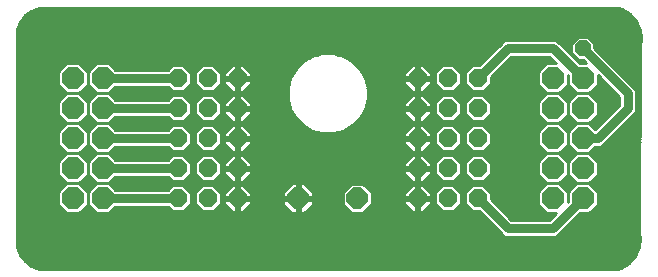
<source format=gtl>
G75*
%MOIN*%
%OFA0B0*%
%FSLAX25Y25*%
%IPPOS*%
%LPD*%
%AMOC8*
5,1,8,0,0,1.08239X$1,22.5*
%
%ADD10OC8,0.06000*%
%ADD11OC8,0.07050*%
%ADD12OC8,0.07400*%
%ADD13C,0.01000*%
%ADD14C,0.03000*%
%ADD15OC8,0.05250*%
D10*
X0063981Y0026500D03*
X0073981Y0026500D03*
X0083981Y0026500D03*
X0083981Y0036500D03*
X0073981Y0036500D03*
X0063981Y0036500D03*
X0063981Y0046500D03*
X0073981Y0046500D03*
X0083981Y0046500D03*
X0083981Y0056500D03*
X0073981Y0056500D03*
X0063981Y0056500D03*
X0063981Y0066500D03*
X0073981Y0066500D03*
X0083981Y0066500D03*
X0143981Y0066500D03*
X0153981Y0066500D03*
X0163981Y0066500D03*
X0163981Y0056500D03*
X0153981Y0056500D03*
X0143981Y0056500D03*
X0143981Y0046500D03*
X0153981Y0046500D03*
X0163981Y0046500D03*
X0163981Y0036500D03*
X0153981Y0036500D03*
X0143981Y0036500D03*
X0143981Y0026500D03*
X0153981Y0026500D03*
X0163981Y0026500D03*
D11*
X0123823Y0026500D03*
X0104138Y0026500D03*
D12*
X0038981Y0026500D03*
X0028981Y0026500D03*
X0028981Y0036500D03*
X0038981Y0036500D03*
X0038981Y0046500D03*
X0028981Y0046500D03*
X0028981Y0056500D03*
X0038981Y0056500D03*
X0038981Y0066500D03*
X0028981Y0066500D03*
X0188981Y0066500D03*
X0198981Y0066500D03*
X0198981Y0056500D03*
X0188981Y0056500D03*
X0188981Y0046500D03*
X0198981Y0046500D03*
X0198981Y0036500D03*
X0188981Y0036500D03*
X0188981Y0026500D03*
X0198981Y0026500D03*
D13*
X0012970Y0005490D02*
X0011407Y0007641D01*
X0010585Y0010170D01*
X0010481Y0011500D01*
X0217765Y0011500D01*
X0217859Y0012499D02*
X0010481Y0012499D01*
X0010481Y0013497D02*
X0217913Y0013497D01*
X0217938Y0013324D02*
X0217643Y0010217D01*
X0216402Y0007353D01*
X0214338Y0005012D01*
X0211650Y0003424D01*
X0210271Y0003000D01*
X0018981Y0003000D01*
X0017651Y0003105D01*
X0015122Y0003926D01*
X0012970Y0005490D01*
X0012956Y0005509D02*
X0214776Y0005509D01*
X0215657Y0006507D02*
X0012231Y0006507D01*
X0011505Y0007506D02*
X0216469Y0007506D01*
X0216901Y0008504D02*
X0011127Y0008504D01*
X0010802Y0009503D02*
X0217334Y0009503D01*
X0217670Y0010501D02*
X0010559Y0010501D01*
X0010481Y0011500D02*
X0010481Y0081500D01*
X0010585Y0082824D01*
X0011403Y0085341D01*
X0012959Y0087483D01*
X0015100Y0089038D01*
X0017618Y0089856D01*
X0018941Y0089961D01*
X0210771Y0089961D01*
X0212150Y0089537D01*
X0214838Y0087949D01*
X0216902Y0085608D01*
X0218143Y0082744D01*
X0218438Y0079637D01*
X0218273Y0078478D01*
X0218187Y0078393D01*
X0218183Y0077931D01*
X0218082Y0077480D01*
X0218178Y0077329D01*
X0217685Y0015642D01*
X0217582Y0015480D01*
X0217680Y0015041D01*
X0217677Y0014591D01*
X0217771Y0014495D01*
X0217938Y0013324D01*
X0217771Y0014496D02*
X0190936Y0014496D01*
X0190567Y0014126D02*
X0197941Y0021500D01*
X0201052Y0021500D01*
X0203981Y0024429D01*
X0203981Y0028571D01*
X0201052Y0031500D01*
X0196910Y0031500D01*
X0193981Y0028571D01*
X0193981Y0025460D01*
X0193981Y0025460D01*
X0193981Y0028571D01*
X0191052Y0031500D01*
X0186910Y0031500D01*
X0183981Y0028571D01*
X0183981Y0024429D01*
X0186910Y0021500D01*
X0190021Y0021500D01*
X0187821Y0019300D01*
X0175141Y0019300D01*
X0168281Y0026160D01*
X0168281Y0028281D01*
X0165762Y0030800D01*
X0162200Y0030800D01*
X0159681Y0028281D01*
X0159681Y0024719D01*
X0162200Y0022200D01*
X0164321Y0022200D01*
X0171607Y0014914D01*
X0172395Y0014126D01*
X0173424Y0013700D01*
X0189538Y0013700D01*
X0190567Y0014126D01*
X0191935Y0015494D02*
X0217591Y0015494D01*
X0217692Y0016493D02*
X0192933Y0016493D01*
X0193932Y0017491D02*
X0217700Y0017491D01*
X0217708Y0018490D02*
X0194930Y0018490D01*
X0195929Y0019488D02*
X0217716Y0019488D01*
X0217724Y0020487D02*
X0196927Y0020487D01*
X0197926Y0021485D02*
X0217732Y0021485D01*
X0217740Y0022484D02*
X0202035Y0022484D01*
X0203034Y0023482D02*
X0217748Y0023482D01*
X0217756Y0024481D02*
X0203981Y0024481D01*
X0203981Y0025479D02*
X0217764Y0025479D01*
X0217772Y0026478D02*
X0203981Y0026478D01*
X0203981Y0027476D02*
X0217780Y0027476D01*
X0217788Y0028475D02*
X0203981Y0028475D01*
X0203079Y0029473D02*
X0217796Y0029473D01*
X0217804Y0030472D02*
X0202080Y0030472D01*
X0201082Y0031470D02*
X0217812Y0031470D01*
X0217820Y0032469D02*
X0202021Y0032469D01*
X0201052Y0031500D02*
X0203981Y0034429D01*
X0203981Y0038571D01*
X0201052Y0041500D01*
X0196910Y0041500D01*
X0193981Y0038571D01*
X0193981Y0034429D01*
X0196910Y0031500D01*
X0201052Y0031500D01*
X0196880Y0031470D02*
X0191082Y0031470D01*
X0191052Y0031500D02*
X0193981Y0034429D01*
X0193981Y0038571D01*
X0191052Y0041500D01*
X0186910Y0041500D01*
X0183981Y0038571D01*
X0183981Y0034429D01*
X0186910Y0031500D01*
X0191052Y0031500D01*
X0192021Y0032469D02*
X0195941Y0032469D01*
X0194942Y0033467D02*
X0193019Y0033467D01*
X0193981Y0034466D02*
X0193981Y0034466D01*
X0193981Y0035464D02*
X0193981Y0035464D01*
X0193981Y0036463D02*
X0193981Y0036463D01*
X0193981Y0037461D02*
X0193981Y0037461D01*
X0193981Y0038460D02*
X0193981Y0038460D01*
X0193094Y0039458D02*
X0194868Y0039458D01*
X0195867Y0040457D02*
X0192095Y0040457D01*
X0191096Y0041455D02*
X0196865Y0041455D01*
X0196910Y0041500D02*
X0201052Y0041500D01*
X0203252Y0043700D01*
X0204538Y0043700D01*
X0205567Y0044126D01*
X0206355Y0044914D01*
X0215567Y0054126D01*
X0216355Y0054914D01*
X0216781Y0055943D01*
X0216781Y0062057D01*
X0216355Y0063086D01*
X0215567Y0063874D01*
X0202906Y0076535D01*
X0202906Y0078126D01*
X0200607Y0080425D01*
X0197355Y0080425D01*
X0195056Y0078126D01*
X0195056Y0074874D01*
X0197355Y0072575D01*
X0198946Y0072575D01*
X0200021Y0071500D01*
X0197941Y0071500D01*
X0190567Y0078874D01*
X0189538Y0079300D01*
X0173424Y0079300D01*
X0172395Y0078874D01*
X0171607Y0078086D01*
X0164321Y0070800D01*
X0162200Y0070800D01*
X0159681Y0068281D01*
X0159681Y0064719D01*
X0162200Y0062200D01*
X0165762Y0062200D01*
X0168281Y0064719D01*
X0168281Y0066840D01*
X0175141Y0073700D01*
X0187821Y0073700D01*
X0190021Y0071500D01*
X0186910Y0071500D01*
X0183981Y0068571D01*
X0183981Y0064429D01*
X0186910Y0061500D01*
X0183981Y0058571D01*
X0183981Y0054429D01*
X0186910Y0051500D01*
X0183981Y0048571D01*
X0183981Y0044429D01*
X0186910Y0041500D01*
X0191052Y0041500D01*
X0193981Y0044429D01*
X0196910Y0041500D01*
X0195956Y0042454D02*
X0192006Y0042454D01*
X0193004Y0043452D02*
X0194957Y0043452D01*
X0193981Y0044429D02*
X0193981Y0048571D01*
X0196910Y0051500D01*
X0201052Y0051500D01*
X0203981Y0054429D01*
X0203981Y0058571D01*
X0201052Y0061500D01*
X0196910Y0061500D01*
X0193981Y0058571D01*
X0193981Y0054429D01*
X0196910Y0051500D01*
X0201052Y0051500D01*
X0203036Y0049515D01*
X0211181Y0057660D01*
X0211181Y0060340D01*
X0203981Y0067540D01*
X0203981Y0064429D01*
X0201052Y0061500D01*
X0196910Y0061500D01*
X0193981Y0064429D01*
X0193981Y0067540D01*
X0193981Y0067540D01*
X0193981Y0064429D01*
X0191052Y0061500D01*
X0186910Y0061500D01*
X0191052Y0061500D01*
X0193981Y0058571D01*
X0193981Y0054429D01*
X0191052Y0051500D01*
X0186910Y0051500D01*
X0191052Y0051500D01*
X0193981Y0048571D01*
X0193981Y0044429D01*
X0193981Y0044451D02*
X0193981Y0044451D01*
X0193981Y0045449D02*
X0193981Y0045449D01*
X0193981Y0046448D02*
X0193981Y0046448D01*
X0193981Y0047446D02*
X0193981Y0047446D01*
X0193981Y0048445D02*
X0193981Y0048445D01*
X0193108Y0049443D02*
X0194853Y0049443D01*
X0195852Y0050442D02*
X0192110Y0050442D01*
X0191111Y0051440D02*
X0196850Y0051440D01*
X0195971Y0052439D02*
X0191991Y0052439D01*
X0192989Y0053437D02*
X0194972Y0053437D01*
X0193981Y0054436D02*
X0193981Y0054436D01*
X0193981Y0055434D02*
X0193981Y0055434D01*
X0193981Y0056433D02*
X0193981Y0056433D01*
X0193981Y0057432D02*
X0193981Y0057432D01*
X0193981Y0058430D02*
X0193981Y0058430D01*
X0193123Y0059429D02*
X0194838Y0059429D01*
X0195837Y0060427D02*
X0192125Y0060427D01*
X0191126Y0061426D02*
X0196835Y0061426D01*
X0195986Y0062424D02*
X0191976Y0062424D01*
X0192974Y0063423D02*
X0194987Y0063423D01*
X0193989Y0064421D02*
X0193973Y0064421D01*
X0193981Y0065420D02*
X0193981Y0065420D01*
X0193981Y0066418D02*
X0193981Y0066418D01*
X0193981Y0067417D02*
X0193981Y0067417D01*
X0185822Y0070412D02*
X0171853Y0070412D01*
X0172851Y0071411D02*
X0186820Y0071411D01*
X0189112Y0072409D02*
X0173850Y0072409D01*
X0174848Y0073408D02*
X0188113Y0073408D01*
X0194036Y0075405D02*
X0195056Y0075405D01*
X0195056Y0076403D02*
X0193037Y0076403D01*
X0192039Y0077402D02*
X0195056Y0077402D01*
X0195330Y0078400D02*
X0191040Y0078400D01*
X0196329Y0079399D02*
X0010481Y0079399D01*
X0010481Y0080397D02*
X0197327Y0080397D01*
X0200634Y0080397D02*
X0218366Y0080397D01*
X0218404Y0079399D02*
X0201633Y0079399D01*
X0202631Y0078400D02*
X0218194Y0078400D01*
X0218132Y0077402D02*
X0202906Y0077402D01*
X0203037Y0076403D02*
X0218171Y0076403D01*
X0218163Y0075405D02*
X0204036Y0075405D01*
X0205034Y0074406D02*
X0218155Y0074406D01*
X0218147Y0073408D02*
X0206033Y0073408D01*
X0207031Y0072409D02*
X0218139Y0072409D01*
X0218131Y0071411D02*
X0208030Y0071411D01*
X0209028Y0070412D02*
X0218123Y0070412D01*
X0218115Y0069414D02*
X0210027Y0069414D01*
X0211025Y0068415D02*
X0218107Y0068415D01*
X0218099Y0067417D02*
X0212024Y0067417D01*
X0213022Y0066418D02*
X0218091Y0066418D01*
X0218083Y0065420D02*
X0214021Y0065420D01*
X0215019Y0064421D02*
X0218075Y0064421D01*
X0218067Y0063423D02*
X0216018Y0063423D01*
X0216629Y0062424D02*
X0218059Y0062424D01*
X0218051Y0061426D02*
X0216781Y0061426D01*
X0216781Y0060427D02*
X0218043Y0060427D01*
X0218035Y0059429D02*
X0216781Y0059429D01*
X0216781Y0058430D02*
X0218027Y0058430D01*
X0218019Y0057432D02*
X0216781Y0057432D01*
X0216781Y0056433D02*
X0218011Y0056433D01*
X0218003Y0055434D02*
X0216570Y0055434D01*
X0215877Y0054436D02*
X0217995Y0054436D01*
X0217987Y0053437D02*
X0214878Y0053437D01*
X0215567Y0054126D02*
X0215567Y0054126D01*
X0213880Y0052439D02*
X0217979Y0052439D01*
X0217971Y0051440D02*
X0212881Y0051440D01*
X0211883Y0050442D02*
X0217963Y0050442D01*
X0217955Y0049443D02*
X0210884Y0049443D01*
X0209885Y0048445D02*
X0217947Y0048445D01*
X0217939Y0047446D02*
X0208887Y0047446D01*
X0207888Y0046448D02*
X0217931Y0046448D01*
X0217923Y0045449D02*
X0206890Y0045449D01*
X0206355Y0044914D02*
X0206355Y0044914D01*
X0205891Y0044451D02*
X0217915Y0044451D01*
X0217907Y0043452D02*
X0203004Y0043452D01*
X0202006Y0042454D02*
X0217899Y0042454D01*
X0217891Y0041455D02*
X0201096Y0041455D01*
X0202095Y0040457D02*
X0217883Y0040457D01*
X0217875Y0039458D02*
X0203094Y0039458D01*
X0203981Y0038460D02*
X0217867Y0038460D01*
X0217859Y0037461D02*
X0203981Y0037461D01*
X0203981Y0036463D02*
X0217851Y0036463D01*
X0217843Y0035464D02*
X0203981Y0035464D01*
X0203981Y0034466D02*
X0217836Y0034466D01*
X0217828Y0033467D02*
X0203019Y0033467D01*
X0195881Y0030472D02*
X0192080Y0030472D01*
X0193079Y0029473D02*
X0194883Y0029473D01*
X0193981Y0028475D02*
X0193981Y0028475D01*
X0193981Y0027476D02*
X0193981Y0027476D01*
X0193981Y0026478D02*
X0193981Y0026478D01*
X0193981Y0025479D02*
X0193981Y0025479D01*
X0185926Y0022484D02*
X0171957Y0022484D01*
X0170958Y0023482D02*
X0184928Y0023482D01*
X0183981Y0024481D02*
X0169960Y0024481D01*
X0168961Y0025479D02*
X0183981Y0025479D01*
X0183981Y0026478D02*
X0168281Y0026478D01*
X0168281Y0027476D02*
X0183981Y0027476D01*
X0183981Y0028475D02*
X0168087Y0028475D01*
X0167089Y0029473D02*
X0184883Y0029473D01*
X0185881Y0030472D02*
X0166090Y0030472D01*
X0165762Y0032200D02*
X0162200Y0032200D01*
X0159681Y0034719D01*
X0159681Y0038281D01*
X0162200Y0040800D01*
X0165762Y0040800D01*
X0168281Y0038281D01*
X0168281Y0034719D01*
X0165762Y0032200D01*
X0166031Y0032469D02*
X0185941Y0032469D01*
X0186880Y0031470D02*
X0106274Y0031470D01*
X0106220Y0031525D02*
X0104638Y0031525D01*
X0104638Y0027000D01*
X0103638Y0027000D01*
X0103638Y0026000D01*
X0099113Y0026000D01*
X0099113Y0024419D01*
X0102057Y0021475D01*
X0103638Y0021475D01*
X0103638Y0026000D01*
X0104638Y0026000D01*
X0104638Y0021475D01*
X0106220Y0021475D01*
X0109163Y0024419D01*
X0109163Y0026000D01*
X0104638Y0026000D01*
X0104638Y0027000D01*
X0109163Y0027000D01*
X0109163Y0028581D01*
X0106220Y0031525D01*
X0107273Y0030472D02*
X0120971Y0030472D01*
X0121825Y0031325D02*
X0118998Y0028499D01*
X0118998Y0024501D01*
X0121825Y0021675D01*
X0125822Y0021675D01*
X0128648Y0024501D01*
X0128648Y0028499D01*
X0125822Y0031325D01*
X0121825Y0031325D01*
X0119973Y0029473D02*
X0108271Y0029473D01*
X0109163Y0028475D02*
X0118998Y0028475D01*
X0118998Y0027476D02*
X0109163Y0027476D01*
X0109163Y0025479D02*
X0118998Y0025479D01*
X0119019Y0024481D02*
X0109163Y0024481D01*
X0108227Y0023482D02*
X0120018Y0023482D01*
X0121016Y0022484D02*
X0107228Y0022484D01*
X0106230Y0021485D02*
X0165036Y0021485D01*
X0166034Y0020487D02*
X0010481Y0020487D01*
X0010481Y0021485D02*
X0102047Y0021485D01*
X0101048Y0022484D02*
X0086328Y0022484D01*
X0085845Y0022000D02*
X0088481Y0024636D01*
X0088481Y0026000D01*
X0084481Y0026000D01*
X0084481Y0027000D01*
X0088481Y0027000D01*
X0088481Y0028364D01*
X0085845Y0031000D01*
X0084481Y0031000D01*
X0084481Y0027000D01*
X0083481Y0027000D01*
X0083481Y0031000D01*
X0082117Y0031000D01*
X0079481Y0028364D01*
X0079481Y0027000D01*
X0083481Y0027000D01*
X0083481Y0026000D01*
X0084481Y0026000D01*
X0084481Y0022000D01*
X0085845Y0022000D01*
X0084481Y0022484D02*
X0083481Y0022484D01*
X0083481Y0022000D02*
X0083481Y0026000D01*
X0079481Y0026000D01*
X0079481Y0024636D01*
X0082117Y0022000D01*
X0083481Y0022000D01*
X0081633Y0022484D02*
X0076046Y0022484D01*
X0075762Y0022200D02*
X0078281Y0024719D01*
X0078281Y0028281D01*
X0075762Y0030800D01*
X0072200Y0030800D01*
X0069681Y0028281D01*
X0069681Y0024719D01*
X0072200Y0022200D01*
X0075762Y0022200D01*
X0077044Y0023482D02*
X0080635Y0023482D01*
X0079636Y0024481D02*
X0078043Y0024481D01*
X0078281Y0025479D02*
X0079481Y0025479D01*
X0078281Y0026478D02*
X0083481Y0026478D01*
X0083481Y0027476D02*
X0084481Y0027476D01*
X0084481Y0026478D02*
X0103638Y0026478D01*
X0103638Y0027000D02*
X0099113Y0027000D01*
X0099113Y0028581D01*
X0102057Y0031525D01*
X0103638Y0031525D01*
X0103638Y0027000D01*
X0103638Y0027476D02*
X0104638Y0027476D01*
X0104638Y0026478D02*
X0118998Y0026478D01*
X0126630Y0022484D02*
X0141633Y0022484D01*
X0142117Y0022000D02*
X0143481Y0022000D01*
X0143481Y0026000D01*
X0144481Y0026000D01*
X0144481Y0027000D01*
X0148481Y0027000D01*
X0148481Y0028364D01*
X0145845Y0031000D01*
X0144481Y0031000D01*
X0144481Y0027000D01*
X0143481Y0027000D01*
X0143481Y0031000D01*
X0142117Y0031000D01*
X0139481Y0028364D01*
X0139481Y0027000D01*
X0143481Y0027000D01*
X0143481Y0026000D01*
X0139481Y0026000D01*
X0139481Y0024636D01*
X0142117Y0022000D01*
X0143481Y0022484D02*
X0144481Y0022484D01*
X0144481Y0022000D02*
X0145845Y0022000D01*
X0148481Y0024636D01*
X0148481Y0026000D01*
X0144481Y0026000D01*
X0144481Y0022000D01*
X0146328Y0022484D02*
X0151916Y0022484D01*
X0152200Y0022200D02*
X0155762Y0022200D01*
X0158281Y0024719D01*
X0158281Y0028281D01*
X0155762Y0030800D01*
X0152200Y0030800D01*
X0149681Y0028281D01*
X0149681Y0024719D01*
X0152200Y0022200D01*
X0150918Y0023482D02*
X0147327Y0023482D01*
X0148325Y0024481D02*
X0149919Y0024481D01*
X0149681Y0025479D02*
X0148481Y0025479D01*
X0149681Y0026478D02*
X0144481Y0026478D01*
X0144481Y0027476D02*
X0143481Y0027476D01*
X0143481Y0026478D02*
X0128648Y0026478D01*
X0128648Y0027476D02*
X0139481Y0027476D01*
X0139592Y0028475D02*
X0128648Y0028475D01*
X0127674Y0029473D02*
X0140590Y0029473D01*
X0141589Y0030472D02*
X0126675Y0030472D01*
X0128648Y0025479D02*
X0139481Y0025479D01*
X0139636Y0024481D02*
X0128628Y0024481D01*
X0127629Y0023482D02*
X0140635Y0023482D01*
X0143481Y0023482D02*
X0144481Y0023482D01*
X0144481Y0024481D02*
X0143481Y0024481D01*
X0143481Y0025479D02*
X0144481Y0025479D01*
X0148481Y0027476D02*
X0149681Y0027476D01*
X0149874Y0028475D02*
X0148370Y0028475D01*
X0147372Y0029473D02*
X0150873Y0029473D01*
X0151871Y0030472D02*
X0146373Y0030472D01*
X0144481Y0030472D02*
X0143481Y0030472D01*
X0143481Y0029473D02*
X0144481Y0029473D01*
X0144481Y0028475D02*
X0143481Y0028475D01*
X0143481Y0032000D02*
X0143481Y0036000D01*
X0144481Y0036000D01*
X0144481Y0037000D01*
X0148481Y0037000D01*
X0148481Y0038364D01*
X0145845Y0041000D01*
X0144481Y0041000D01*
X0144481Y0037000D01*
X0143481Y0037000D01*
X0143481Y0041000D01*
X0142117Y0041000D01*
X0139481Y0038364D01*
X0139481Y0037000D01*
X0143481Y0037000D01*
X0143481Y0036000D01*
X0139481Y0036000D01*
X0139481Y0034636D01*
X0142117Y0032000D01*
X0143481Y0032000D01*
X0143481Y0032469D02*
X0144481Y0032469D01*
X0144481Y0032000D02*
X0145845Y0032000D01*
X0148481Y0034636D01*
X0148481Y0036000D01*
X0144481Y0036000D01*
X0144481Y0032000D01*
X0144481Y0033467D02*
X0143481Y0033467D01*
X0141648Y0032469D02*
X0086313Y0032469D01*
X0085845Y0032000D02*
X0088481Y0034636D01*
X0088481Y0036000D01*
X0084481Y0036000D01*
X0084481Y0037000D01*
X0088481Y0037000D01*
X0088481Y0038364D01*
X0085845Y0041000D01*
X0084481Y0041000D01*
X0084481Y0037000D01*
X0083481Y0037000D01*
X0083481Y0041000D01*
X0082117Y0041000D01*
X0079481Y0038364D01*
X0079481Y0037000D01*
X0083481Y0037000D01*
X0083481Y0036000D01*
X0084481Y0036000D01*
X0084481Y0032000D01*
X0085845Y0032000D01*
X0084481Y0032469D02*
X0083481Y0032469D01*
X0083481Y0032000D02*
X0083481Y0036000D01*
X0079481Y0036000D01*
X0079481Y0034636D01*
X0082117Y0032000D01*
X0083481Y0032000D01*
X0083481Y0033467D02*
X0084481Y0033467D01*
X0087312Y0033467D02*
X0140650Y0033467D01*
X0139651Y0034466D02*
X0088310Y0034466D01*
X0088481Y0035464D02*
X0139481Y0035464D01*
X0143481Y0035464D02*
X0144481Y0035464D01*
X0144481Y0034466D02*
X0143481Y0034466D01*
X0143481Y0036463D02*
X0084481Y0036463D01*
X0084481Y0037461D02*
X0083481Y0037461D01*
X0083481Y0036463D02*
X0078281Y0036463D01*
X0078281Y0037461D02*
X0079481Y0037461D01*
X0079577Y0038460D02*
X0078102Y0038460D01*
X0078281Y0038281D02*
X0075762Y0040800D01*
X0072200Y0040800D01*
X0069681Y0038281D01*
X0069681Y0034719D01*
X0072200Y0032200D01*
X0075762Y0032200D01*
X0078281Y0034719D01*
X0078281Y0038281D01*
X0077104Y0039458D02*
X0080575Y0039458D01*
X0081574Y0040457D02*
X0076105Y0040457D01*
X0075762Y0042200D02*
X0072200Y0042200D01*
X0069681Y0044719D01*
X0069681Y0048281D01*
X0072200Y0050800D01*
X0075762Y0050800D01*
X0078281Y0048281D01*
X0078281Y0044719D01*
X0075762Y0042200D01*
X0076016Y0042454D02*
X0081663Y0042454D01*
X0082117Y0042000D02*
X0083481Y0042000D01*
X0083481Y0046000D01*
X0084481Y0046000D01*
X0084481Y0047000D01*
X0088481Y0047000D01*
X0088481Y0048364D01*
X0085845Y0051000D01*
X0084481Y0051000D01*
X0084481Y0047000D01*
X0083481Y0047000D01*
X0083481Y0051000D01*
X0082117Y0051000D01*
X0079481Y0048364D01*
X0079481Y0047000D01*
X0083481Y0047000D01*
X0083481Y0046000D01*
X0079481Y0046000D01*
X0079481Y0044636D01*
X0082117Y0042000D01*
X0083481Y0042454D02*
X0084481Y0042454D01*
X0084481Y0042000D02*
X0085845Y0042000D01*
X0088481Y0044636D01*
X0088481Y0046000D01*
X0084481Y0046000D01*
X0084481Y0042000D01*
X0084481Y0043452D02*
X0083481Y0043452D01*
X0083481Y0044451D02*
X0084481Y0044451D01*
X0084481Y0045449D02*
X0083481Y0045449D01*
X0083481Y0046448D02*
X0078281Y0046448D01*
X0078281Y0045449D02*
X0079481Y0045449D01*
X0079666Y0044451D02*
X0078013Y0044451D01*
X0077014Y0043452D02*
X0080664Y0043452D01*
X0083481Y0040457D02*
X0084481Y0040457D01*
X0084481Y0039458D02*
X0083481Y0039458D01*
X0083481Y0038460D02*
X0084481Y0038460D01*
X0087386Y0039458D02*
X0140575Y0039458D01*
X0139577Y0038460D02*
X0088385Y0038460D01*
X0088481Y0037461D02*
X0139481Y0037461D01*
X0143481Y0037461D02*
X0144481Y0037461D01*
X0144481Y0036463D02*
X0149681Y0036463D01*
X0149681Y0037461D02*
X0148481Y0037461D01*
X0148385Y0038460D02*
X0149859Y0038460D01*
X0149681Y0038281D02*
X0149681Y0034719D01*
X0152200Y0032200D01*
X0155762Y0032200D01*
X0158281Y0034719D01*
X0158281Y0038281D01*
X0155762Y0040800D01*
X0152200Y0040800D01*
X0149681Y0038281D01*
X0150858Y0039458D02*
X0147386Y0039458D01*
X0146388Y0040457D02*
X0151857Y0040457D01*
X0152200Y0042200D02*
X0155762Y0042200D01*
X0158281Y0044719D01*
X0158281Y0048281D01*
X0155762Y0050800D01*
X0152200Y0050800D01*
X0149681Y0048281D01*
X0149681Y0044719D01*
X0152200Y0042200D01*
X0151946Y0042454D02*
X0146299Y0042454D01*
X0145845Y0042000D02*
X0148481Y0044636D01*
X0148481Y0046000D01*
X0144481Y0046000D01*
X0144481Y0047000D01*
X0148481Y0047000D01*
X0148481Y0048364D01*
X0145845Y0051000D01*
X0144481Y0051000D01*
X0144481Y0047000D01*
X0143481Y0047000D01*
X0143481Y0051000D01*
X0142117Y0051000D01*
X0139481Y0048364D01*
X0139481Y0047000D01*
X0143481Y0047000D01*
X0143481Y0046000D01*
X0144481Y0046000D01*
X0144481Y0042000D01*
X0145845Y0042000D01*
X0144481Y0042454D02*
X0143481Y0042454D01*
X0143481Y0042000D02*
X0143481Y0046000D01*
X0139481Y0046000D01*
X0139481Y0044636D01*
X0142117Y0042000D01*
X0143481Y0042000D01*
X0143481Y0043452D02*
X0144481Y0043452D01*
X0144481Y0044451D02*
X0143481Y0044451D01*
X0143481Y0045449D02*
X0144481Y0045449D01*
X0144481Y0046448D02*
X0149681Y0046448D01*
X0149681Y0045449D02*
X0148481Y0045449D01*
X0148296Y0044451D02*
X0149949Y0044451D01*
X0150947Y0043452D02*
X0147297Y0043452D01*
X0141663Y0042454D02*
X0086299Y0042454D01*
X0087297Y0043452D02*
X0140664Y0043452D01*
X0139666Y0044451D02*
X0088296Y0044451D01*
X0088481Y0045449D02*
X0139481Y0045449D01*
X0143481Y0046448D02*
X0084481Y0046448D01*
X0084481Y0047446D02*
X0083481Y0047446D01*
X0083481Y0048445D02*
X0084481Y0048445D01*
X0084481Y0049443D02*
X0083481Y0049443D01*
X0083481Y0050442D02*
X0084481Y0050442D01*
X0084481Y0052000D02*
X0085845Y0052000D01*
X0088481Y0054636D01*
X0088481Y0056000D01*
X0084481Y0056000D01*
X0084481Y0057000D01*
X0088481Y0057000D01*
X0088481Y0058364D01*
X0085845Y0061000D01*
X0084481Y0061000D01*
X0084481Y0057000D01*
X0083481Y0057000D01*
X0083481Y0061000D01*
X0082117Y0061000D01*
X0079481Y0058364D01*
X0079481Y0057000D01*
X0083481Y0057000D01*
X0083481Y0056000D01*
X0084481Y0056000D01*
X0084481Y0052000D01*
X0084481Y0052439D02*
X0083481Y0052439D01*
X0083481Y0052000D02*
X0083481Y0056000D01*
X0079481Y0056000D01*
X0079481Y0054636D01*
X0082117Y0052000D01*
X0083481Y0052000D01*
X0081678Y0052439D02*
X0076001Y0052439D01*
X0075762Y0052200D02*
X0078281Y0054719D01*
X0078281Y0058281D01*
X0075762Y0060800D01*
X0072200Y0060800D01*
X0069681Y0058281D01*
X0069681Y0054719D01*
X0072200Y0052200D01*
X0075762Y0052200D01*
X0076999Y0053437D02*
X0080679Y0053437D01*
X0079681Y0054436D02*
X0077998Y0054436D01*
X0078281Y0055434D02*
X0079481Y0055434D01*
X0078281Y0056433D02*
X0083481Y0056433D01*
X0083481Y0055434D02*
X0084481Y0055434D01*
X0084481Y0054436D02*
X0083481Y0054436D01*
X0083481Y0053437D02*
X0084481Y0053437D01*
X0086284Y0052439D02*
X0104217Y0052439D01*
X0103329Y0053327D02*
X0105808Y0050849D01*
X0108843Y0049096D01*
X0112228Y0048189D01*
X0115733Y0048189D01*
X0119119Y0049096D01*
X0122154Y0050849D01*
X0124632Y0053327D01*
X0126385Y0056362D01*
X0127292Y0059748D01*
X0127292Y0063252D01*
X0126385Y0066638D01*
X0124632Y0069673D01*
X0122154Y0072151D01*
X0119119Y0073904D01*
X0115733Y0074811D01*
X0112228Y0074811D01*
X0108843Y0073904D01*
X0105808Y0072151D01*
X0103329Y0069673D01*
X0101577Y0066638D01*
X0100670Y0063252D01*
X0100670Y0059748D01*
X0101577Y0056362D01*
X0103329Y0053327D01*
X0103265Y0053437D02*
X0087282Y0053437D01*
X0088281Y0054436D02*
X0102689Y0054436D01*
X0102112Y0055434D02*
X0088481Y0055434D01*
X0088481Y0057432D02*
X0101290Y0057432D01*
X0101023Y0058430D02*
X0088415Y0058430D01*
X0087416Y0059429D02*
X0100755Y0059429D01*
X0100670Y0060427D02*
X0086418Y0060427D01*
X0084481Y0060427D02*
X0083481Y0060427D01*
X0083481Y0059429D02*
X0084481Y0059429D01*
X0084481Y0058430D02*
X0083481Y0058430D01*
X0083481Y0057432D02*
X0084481Y0057432D01*
X0084481Y0056433D02*
X0101558Y0056433D01*
X0105216Y0051440D02*
X0041111Y0051440D01*
X0041052Y0051500D02*
X0043252Y0049300D01*
X0060700Y0049300D01*
X0062200Y0050800D01*
X0065762Y0050800D01*
X0068281Y0048281D01*
X0068281Y0044719D01*
X0065762Y0042200D01*
X0062200Y0042200D01*
X0060700Y0043700D01*
X0043252Y0043700D01*
X0041052Y0041500D01*
X0036910Y0041500D01*
X0033981Y0038571D01*
X0033981Y0034429D01*
X0036910Y0031500D01*
X0041052Y0031500D01*
X0043252Y0033700D01*
X0060700Y0033700D01*
X0062200Y0032200D01*
X0065762Y0032200D01*
X0068281Y0034719D01*
X0068281Y0038281D01*
X0065762Y0040800D01*
X0062200Y0040800D01*
X0060700Y0039300D01*
X0043252Y0039300D01*
X0041052Y0041500D01*
X0036910Y0041500D01*
X0033981Y0044429D01*
X0033981Y0048571D01*
X0036910Y0051500D01*
X0041052Y0051500D01*
X0043252Y0053700D01*
X0060700Y0053700D01*
X0062200Y0052200D01*
X0065762Y0052200D01*
X0068281Y0054719D01*
X0068281Y0058281D01*
X0065762Y0060800D01*
X0062200Y0060800D01*
X0060700Y0059300D01*
X0043252Y0059300D01*
X0041052Y0061500D01*
X0036910Y0061500D01*
X0033981Y0058571D01*
X0033981Y0054429D01*
X0036910Y0051500D01*
X0041052Y0051500D01*
X0041991Y0052439D02*
X0061961Y0052439D01*
X0060962Y0053437D02*
X0042989Y0053437D01*
X0042110Y0050442D02*
X0061842Y0050442D01*
X0060843Y0049443D02*
X0043108Y0049443D01*
X0036850Y0051440D02*
X0031111Y0051440D01*
X0031052Y0051500D02*
X0026910Y0051500D01*
X0023981Y0048571D01*
X0023981Y0044429D01*
X0026910Y0041500D01*
X0023981Y0038571D01*
X0023981Y0034429D01*
X0026910Y0031500D01*
X0023981Y0028571D01*
X0023981Y0024429D01*
X0026910Y0021500D01*
X0031052Y0021500D01*
X0033981Y0024429D01*
X0036910Y0021500D01*
X0041052Y0021500D01*
X0043252Y0023700D01*
X0060700Y0023700D01*
X0062200Y0022200D01*
X0065762Y0022200D01*
X0068281Y0024719D01*
X0068281Y0028281D01*
X0065762Y0030800D01*
X0062200Y0030800D01*
X0060700Y0029300D01*
X0043252Y0029300D01*
X0041052Y0031500D01*
X0036910Y0031500D01*
X0033981Y0028571D01*
X0033981Y0024429D01*
X0033981Y0028571D01*
X0031052Y0031500D01*
X0026910Y0031500D01*
X0031052Y0031500D01*
X0033981Y0034429D01*
X0033981Y0038571D01*
X0031052Y0041500D01*
X0026910Y0041500D01*
X0031052Y0041500D01*
X0033981Y0044429D01*
X0033981Y0048571D01*
X0031052Y0051500D01*
X0033981Y0054429D01*
X0033981Y0058571D01*
X0031052Y0061500D01*
X0026910Y0061500D01*
X0023981Y0058571D01*
X0023981Y0054429D01*
X0026910Y0051500D01*
X0031052Y0051500D01*
X0031991Y0052439D02*
X0035971Y0052439D01*
X0034972Y0053437D02*
X0032989Y0053437D01*
X0033981Y0054436D02*
X0033981Y0054436D01*
X0033981Y0055434D02*
X0033981Y0055434D01*
X0033981Y0056433D02*
X0033981Y0056433D01*
X0033981Y0057432D02*
X0033981Y0057432D01*
X0033981Y0058430D02*
X0033981Y0058430D01*
X0033123Y0059429D02*
X0034838Y0059429D01*
X0035837Y0060427D02*
X0032125Y0060427D01*
X0031126Y0061426D02*
X0036835Y0061426D01*
X0036910Y0061500D02*
X0041052Y0061500D01*
X0043252Y0063700D01*
X0060700Y0063700D01*
X0062200Y0062200D01*
X0065762Y0062200D01*
X0068281Y0064719D01*
X0068281Y0068281D01*
X0065762Y0070800D01*
X0062200Y0070800D01*
X0060700Y0069300D01*
X0043252Y0069300D01*
X0041052Y0071500D01*
X0036910Y0071500D01*
X0033981Y0068571D01*
X0033981Y0064429D01*
X0036910Y0061500D01*
X0035986Y0062424D02*
X0031976Y0062424D01*
X0031052Y0061500D02*
X0033981Y0064429D01*
X0033981Y0068571D01*
X0031052Y0071500D01*
X0026910Y0071500D01*
X0023981Y0068571D01*
X0023981Y0064429D01*
X0026910Y0061500D01*
X0031052Y0061500D01*
X0032974Y0063423D02*
X0034987Y0063423D01*
X0033989Y0064421D02*
X0033973Y0064421D01*
X0033981Y0065420D02*
X0033981Y0065420D01*
X0033981Y0066418D02*
X0033981Y0066418D01*
X0033981Y0067417D02*
X0033981Y0067417D01*
X0033981Y0068415D02*
X0033981Y0068415D01*
X0034823Y0069414D02*
X0033138Y0069414D01*
X0032140Y0070412D02*
X0035822Y0070412D01*
X0036820Y0071411D02*
X0031141Y0071411D01*
X0026820Y0071411D02*
X0010481Y0071411D01*
X0010481Y0072409D02*
X0106254Y0072409D01*
X0105067Y0071411D02*
X0041141Y0071411D01*
X0042140Y0070412D02*
X0061812Y0070412D01*
X0060813Y0069414D02*
X0043138Y0069414D01*
X0042974Y0063423D02*
X0060977Y0063423D01*
X0061976Y0062424D02*
X0041976Y0062424D01*
X0041126Y0061426D02*
X0100670Y0061426D01*
X0100670Y0062424D02*
X0086269Y0062424D01*
X0085845Y0062000D02*
X0088481Y0064636D01*
X0088481Y0066000D01*
X0084481Y0066000D01*
X0084481Y0067000D01*
X0088481Y0067000D01*
X0088481Y0068364D01*
X0085845Y0071000D01*
X0084481Y0071000D01*
X0084481Y0067000D01*
X0083481Y0067000D01*
X0083481Y0071000D01*
X0082117Y0071000D01*
X0079481Y0068364D01*
X0079481Y0067000D01*
X0083481Y0067000D01*
X0083481Y0066000D01*
X0084481Y0066000D01*
X0084481Y0062000D01*
X0085845Y0062000D01*
X0084481Y0062424D02*
X0083481Y0062424D01*
X0083481Y0062000D02*
X0083481Y0066000D01*
X0079481Y0066000D01*
X0079481Y0064636D01*
X0082117Y0062000D01*
X0083481Y0062000D01*
X0081693Y0062424D02*
X0075986Y0062424D01*
X0075762Y0062200D02*
X0078281Y0064719D01*
X0078281Y0068281D01*
X0075762Y0070800D01*
X0072200Y0070800D01*
X0069681Y0068281D01*
X0069681Y0064719D01*
X0072200Y0062200D01*
X0075762Y0062200D01*
X0076984Y0063423D02*
X0080694Y0063423D01*
X0079696Y0064421D02*
X0077983Y0064421D01*
X0078281Y0065420D02*
X0079481Y0065420D01*
X0078281Y0066418D02*
X0083481Y0066418D01*
X0083481Y0065420D02*
X0084481Y0065420D01*
X0084481Y0066418D02*
X0101518Y0066418D01*
X0101250Y0065420D02*
X0088481Y0065420D01*
X0088266Y0064421D02*
X0100983Y0064421D01*
X0100715Y0063423D02*
X0087267Y0063423D01*
X0084481Y0063423D02*
X0083481Y0063423D01*
X0083481Y0064421D02*
X0084481Y0064421D01*
X0084481Y0067417D02*
X0083481Y0067417D01*
X0083481Y0068415D02*
X0084481Y0068415D01*
X0084481Y0069414D02*
X0083481Y0069414D01*
X0083481Y0070412D02*
X0084481Y0070412D01*
X0086433Y0070412D02*
X0104068Y0070412D01*
X0103180Y0069414D02*
X0087431Y0069414D01*
X0088430Y0068415D02*
X0102603Y0068415D01*
X0102027Y0067417D02*
X0088481Y0067417D01*
X0081529Y0070412D02*
X0076150Y0070412D01*
X0077148Y0069414D02*
X0080530Y0069414D01*
X0079532Y0068415D02*
X0078147Y0068415D01*
X0078281Y0067417D02*
X0079481Y0067417D01*
X0071812Y0070412D02*
X0066150Y0070412D01*
X0067148Y0069414D02*
X0070813Y0069414D01*
X0069815Y0068415D02*
X0068147Y0068415D01*
X0068281Y0067417D02*
X0069681Y0067417D01*
X0069681Y0066418D02*
X0068281Y0066418D01*
X0068281Y0065420D02*
X0069681Y0065420D01*
X0069979Y0064421D02*
X0067983Y0064421D01*
X0066984Y0063423D02*
X0070977Y0063423D01*
X0071976Y0062424D02*
X0065986Y0062424D01*
X0066135Y0060427D02*
X0071827Y0060427D01*
X0070828Y0059429D02*
X0067133Y0059429D01*
X0068132Y0058430D02*
X0069830Y0058430D01*
X0069681Y0057432D02*
X0068281Y0057432D01*
X0068281Y0056433D02*
X0069681Y0056433D01*
X0069681Y0055434D02*
X0068281Y0055434D01*
X0067998Y0054436D02*
X0069964Y0054436D01*
X0070962Y0053437D02*
X0066999Y0053437D01*
X0066001Y0052439D02*
X0071961Y0052439D01*
X0071842Y0050442D02*
X0066120Y0050442D01*
X0067118Y0049443D02*
X0070843Y0049443D01*
X0069845Y0048445D02*
X0068117Y0048445D01*
X0068281Y0047446D02*
X0069681Y0047446D01*
X0069681Y0046448D02*
X0068281Y0046448D01*
X0068281Y0045449D02*
X0069681Y0045449D01*
X0069949Y0044451D02*
X0068013Y0044451D01*
X0067014Y0043452D02*
X0070947Y0043452D01*
X0071946Y0042454D02*
X0066016Y0042454D01*
X0061946Y0042454D02*
X0042006Y0042454D01*
X0041096Y0041455D02*
X0186865Y0041455D01*
X0185956Y0042454D02*
X0166016Y0042454D01*
X0165762Y0042200D02*
X0168281Y0044719D01*
X0168281Y0048281D01*
X0165762Y0050800D01*
X0162200Y0050800D01*
X0159681Y0048281D01*
X0159681Y0044719D01*
X0162200Y0042200D01*
X0165762Y0042200D01*
X0167014Y0043452D02*
X0184957Y0043452D01*
X0183981Y0044451D02*
X0168013Y0044451D01*
X0168281Y0045449D02*
X0183981Y0045449D01*
X0183981Y0046448D02*
X0168281Y0046448D01*
X0168281Y0047446D02*
X0183981Y0047446D01*
X0183981Y0048445D02*
X0168117Y0048445D01*
X0167118Y0049443D02*
X0184853Y0049443D01*
X0185852Y0050442D02*
X0166120Y0050442D01*
X0165762Y0052200D02*
X0162200Y0052200D01*
X0159681Y0054719D01*
X0159681Y0058281D01*
X0162200Y0060800D01*
X0165762Y0060800D01*
X0168281Y0058281D01*
X0168281Y0054719D01*
X0165762Y0052200D01*
X0166001Y0052439D02*
X0185971Y0052439D01*
X0186850Y0051440D02*
X0122746Y0051440D01*
X0123744Y0052439D02*
X0141678Y0052439D01*
X0142117Y0052000D02*
X0143481Y0052000D01*
X0143481Y0056000D01*
X0144481Y0056000D01*
X0144481Y0057000D01*
X0148481Y0057000D01*
X0148481Y0058364D01*
X0145845Y0061000D01*
X0144481Y0061000D01*
X0144481Y0057000D01*
X0143481Y0057000D01*
X0143481Y0061000D01*
X0142117Y0061000D01*
X0139481Y0058364D01*
X0139481Y0057000D01*
X0143481Y0057000D01*
X0143481Y0056000D01*
X0139481Y0056000D01*
X0139481Y0054636D01*
X0142117Y0052000D01*
X0143481Y0052439D02*
X0144481Y0052439D01*
X0144481Y0052000D02*
X0145845Y0052000D01*
X0148481Y0054636D01*
X0148481Y0056000D01*
X0144481Y0056000D01*
X0144481Y0052000D01*
X0144481Y0050442D02*
X0143481Y0050442D01*
X0143481Y0049443D02*
X0144481Y0049443D01*
X0144481Y0048445D02*
X0143481Y0048445D01*
X0143481Y0047446D02*
X0144481Y0047446D01*
X0147401Y0049443D02*
X0150843Y0049443D01*
X0149845Y0048445D02*
X0148400Y0048445D01*
X0148481Y0047446D02*
X0149681Y0047446D01*
X0151842Y0050442D02*
X0146403Y0050442D01*
X0146284Y0052439D02*
X0151961Y0052439D01*
X0152200Y0052200D02*
X0155762Y0052200D01*
X0158281Y0054719D01*
X0158281Y0058281D01*
X0155762Y0060800D01*
X0152200Y0060800D01*
X0149681Y0058281D01*
X0149681Y0054719D01*
X0152200Y0052200D01*
X0150962Y0053437D02*
X0147282Y0053437D01*
X0148281Y0054436D02*
X0149964Y0054436D01*
X0149681Y0055434D02*
X0148481Y0055434D01*
X0149681Y0056433D02*
X0144481Y0056433D01*
X0144481Y0055434D02*
X0143481Y0055434D01*
X0143481Y0054436D02*
X0144481Y0054436D01*
X0144481Y0053437D02*
X0143481Y0053437D01*
X0140679Y0053437D02*
X0124696Y0053437D01*
X0125273Y0054436D02*
X0139681Y0054436D01*
X0139481Y0055434D02*
X0125849Y0055434D01*
X0126404Y0056433D02*
X0143481Y0056433D01*
X0143481Y0057432D02*
X0144481Y0057432D01*
X0144481Y0058430D02*
X0143481Y0058430D01*
X0143481Y0059429D02*
X0144481Y0059429D01*
X0144481Y0060427D02*
X0143481Y0060427D01*
X0141544Y0060427D02*
X0127292Y0060427D01*
X0127206Y0059429D02*
X0140545Y0059429D01*
X0139547Y0058430D02*
X0126939Y0058430D01*
X0126671Y0057432D02*
X0139481Y0057432D01*
X0146418Y0060427D02*
X0151827Y0060427D01*
X0150828Y0059429D02*
X0147416Y0059429D01*
X0148415Y0058430D02*
X0149830Y0058430D01*
X0149681Y0057432D02*
X0148481Y0057432D01*
X0156135Y0060427D02*
X0161827Y0060427D01*
X0160828Y0059429D02*
X0157133Y0059429D01*
X0158132Y0058430D02*
X0159830Y0058430D01*
X0159681Y0057432D02*
X0158281Y0057432D01*
X0158281Y0056433D02*
X0159681Y0056433D01*
X0159681Y0055434D02*
X0158281Y0055434D01*
X0157998Y0054436D02*
X0159964Y0054436D01*
X0160962Y0053437D02*
X0156999Y0053437D01*
X0156001Y0052439D02*
X0161961Y0052439D01*
X0161842Y0050442D02*
X0156120Y0050442D01*
X0157118Y0049443D02*
X0160843Y0049443D01*
X0159845Y0048445D02*
X0158117Y0048445D01*
X0158281Y0047446D02*
X0159681Y0047446D01*
X0159681Y0046448D02*
X0158281Y0046448D01*
X0158281Y0045449D02*
X0159681Y0045449D01*
X0159949Y0044451D02*
X0158013Y0044451D01*
X0157014Y0043452D02*
X0160947Y0043452D01*
X0161946Y0042454D02*
X0156016Y0042454D01*
X0156105Y0040457D02*
X0161857Y0040457D01*
X0160858Y0039458D02*
X0157104Y0039458D01*
X0158102Y0038460D02*
X0159859Y0038460D01*
X0159681Y0037461D02*
X0158281Y0037461D01*
X0158281Y0036463D02*
X0159681Y0036463D01*
X0159681Y0035464D02*
X0158281Y0035464D01*
X0158028Y0034466D02*
X0159934Y0034466D01*
X0160932Y0033467D02*
X0157029Y0033467D01*
X0156031Y0032469D02*
X0161931Y0032469D01*
X0161871Y0030472D02*
X0156090Y0030472D01*
X0157089Y0029473D02*
X0160873Y0029473D01*
X0159874Y0028475D02*
X0158087Y0028475D01*
X0158281Y0027476D02*
X0159681Y0027476D01*
X0159681Y0026478D02*
X0158281Y0026478D01*
X0158281Y0025479D02*
X0159681Y0025479D01*
X0159919Y0024481D02*
X0158043Y0024481D01*
X0157044Y0023482D02*
X0160918Y0023482D01*
X0161916Y0022484D02*
X0156046Y0022484D01*
X0167033Y0019488D02*
X0010481Y0019488D01*
X0010481Y0018490D02*
X0168031Y0018490D01*
X0169030Y0017491D02*
X0010481Y0017491D01*
X0010481Y0016493D02*
X0170028Y0016493D01*
X0171027Y0015494D02*
X0010481Y0015494D01*
X0010481Y0014496D02*
X0172025Y0014496D01*
X0174952Y0019488D02*
X0188009Y0019488D01*
X0189008Y0020487D02*
X0173954Y0020487D01*
X0172955Y0021485D02*
X0190006Y0021485D01*
X0184942Y0033467D02*
X0167029Y0033467D01*
X0168028Y0034466D02*
X0183981Y0034466D01*
X0183981Y0035464D02*
X0168281Y0035464D01*
X0168281Y0036463D02*
X0183981Y0036463D01*
X0183981Y0037461D02*
X0168281Y0037461D01*
X0168102Y0038460D02*
X0183981Y0038460D01*
X0184868Y0039458D02*
X0167104Y0039458D01*
X0166105Y0040457D02*
X0185867Y0040457D01*
X0202110Y0050442D02*
X0203963Y0050442D01*
X0204961Y0051440D02*
X0201111Y0051440D01*
X0201991Y0052439D02*
X0205960Y0052439D01*
X0206958Y0053437D02*
X0202989Y0053437D01*
X0203981Y0054436D02*
X0207957Y0054436D01*
X0208955Y0055434D02*
X0203981Y0055434D01*
X0203981Y0056433D02*
X0209954Y0056433D01*
X0210953Y0057432D02*
X0203981Y0057432D01*
X0203981Y0058430D02*
X0211181Y0058430D01*
X0211181Y0059429D02*
X0203123Y0059429D01*
X0202125Y0060427D02*
X0211094Y0060427D01*
X0210095Y0061426D02*
X0201126Y0061426D01*
X0201976Y0062424D02*
X0209097Y0062424D01*
X0208098Y0063423D02*
X0202974Y0063423D01*
X0203973Y0064421D02*
X0207100Y0064421D01*
X0206101Y0065420D02*
X0203981Y0065420D01*
X0203981Y0066418D02*
X0205103Y0066418D01*
X0204104Y0067417D02*
X0203981Y0067417D01*
X0199112Y0072409D02*
X0197031Y0072409D01*
X0196522Y0073408D02*
X0196033Y0073408D01*
X0195524Y0074406D02*
X0195034Y0074406D01*
X0184823Y0069414D02*
X0170854Y0069414D01*
X0169856Y0068415D02*
X0183981Y0068415D01*
X0183981Y0067417D02*
X0168857Y0067417D01*
X0168281Y0066418D02*
X0183981Y0066418D01*
X0183981Y0065420D02*
X0168281Y0065420D01*
X0167983Y0064421D02*
X0183989Y0064421D01*
X0184987Y0063423D02*
X0166984Y0063423D01*
X0165986Y0062424D02*
X0185986Y0062424D01*
X0186835Y0061426D02*
X0127292Y0061426D01*
X0127292Y0062424D02*
X0141693Y0062424D01*
X0142117Y0062000D02*
X0143481Y0062000D01*
X0143481Y0066000D01*
X0144481Y0066000D01*
X0144481Y0067000D01*
X0148481Y0067000D01*
X0148481Y0068364D01*
X0145845Y0071000D01*
X0144481Y0071000D01*
X0144481Y0067000D01*
X0143481Y0067000D01*
X0143481Y0071000D01*
X0142117Y0071000D01*
X0139481Y0068364D01*
X0139481Y0067000D01*
X0143481Y0067000D01*
X0143481Y0066000D01*
X0139481Y0066000D01*
X0139481Y0064636D01*
X0142117Y0062000D01*
X0143481Y0062424D02*
X0144481Y0062424D01*
X0144481Y0062000D02*
X0145845Y0062000D01*
X0148481Y0064636D01*
X0148481Y0066000D01*
X0144481Y0066000D01*
X0144481Y0062000D01*
X0146269Y0062424D02*
X0151976Y0062424D01*
X0152200Y0062200D02*
X0155762Y0062200D01*
X0158281Y0064719D01*
X0158281Y0068281D01*
X0155762Y0070800D01*
X0152200Y0070800D01*
X0149681Y0068281D01*
X0149681Y0064719D01*
X0152200Y0062200D01*
X0150977Y0063423D02*
X0147267Y0063423D01*
X0148266Y0064421D02*
X0149979Y0064421D01*
X0149681Y0065420D02*
X0148481Y0065420D01*
X0149681Y0066418D02*
X0144481Y0066418D01*
X0144481Y0065420D02*
X0143481Y0065420D01*
X0143481Y0066418D02*
X0126444Y0066418D01*
X0126711Y0065420D02*
X0139481Y0065420D01*
X0139696Y0064421D02*
X0126979Y0064421D01*
X0127246Y0063423D02*
X0140694Y0063423D01*
X0143481Y0063423D02*
X0144481Y0063423D01*
X0144481Y0064421D02*
X0143481Y0064421D01*
X0143481Y0067417D02*
X0144481Y0067417D01*
X0144481Y0068415D02*
X0143481Y0068415D01*
X0143481Y0069414D02*
X0144481Y0069414D01*
X0144481Y0070412D02*
X0143481Y0070412D01*
X0141529Y0070412D02*
X0123893Y0070412D01*
X0124782Y0069414D02*
X0140530Y0069414D01*
X0139532Y0068415D02*
X0125359Y0068415D01*
X0125935Y0067417D02*
X0139481Y0067417D01*
X0146433Y0070412D02*
X0151812Y0070412D01*
X0150813Y0069414D02*
X0147431Y0069414D01*
X0148430Y0068415D02*
X0149815Y0068415D01*
X0149681Y0067417D02*
X0148481Y0067417D01*
X0156150Y0070412D02*
X0161812Y0070412D01*
X0160813Y0069414D02*
X0157148Y0069414D01*
X0158147Y0068415D02*
X0159815Y0068415D01*
X0159681Y0067417D02*
X0158281Y0067417D01*
X0158281Y0066418D02*
X0159681Y0066418D01*
X0159681Y0065420D02*
X0158281Y0065420D01*
X0157983Y0064421D02*
X0159979Y0064421D01*
X0160977Y0063423D02*
X0156984Y0063423D01*
X0155986Y0062424D02*
X0161976Y0062424D01*
X0166135Y0060427D02*
X0185837Y0060427D01*
X0184838Y0059429D02*
X0167133Y0059429D01*
X0168132Y0058430D02*
X0183981Y0058430D01*
X0183981Y0057432D02*
X0168281Y0057432D01*
X0168281Y0056433D02*
X0183981Y0056433D01*
X0183981Y0055434D02*
X0168281Y0055434D01*
X0167998Y0054436D02*
X0183981Y0054436D01*
X0184972Y0053437D02*
X0166999Y0053437D01*
X0141559Y0050442D02*
X0121450Y0050442D01*
X0119720Y0049443D02*
X0140560Y0049443D01*
X0139562Y0048445D02*
X0116688Y0048445D01*
X0111273Y0048445D02*
X0088400Y0048445D01*
X0088481Y0047446D02*
X0139481Y0047446D01*
X0141574Y0040457D02*
X0086388Y0040457D01*
X0084481Y0035464D02*
X0083481Y0035464D01*
X0083481Y0034466D02*
X0084481Y0034466D01*
X0080650Y0033467D02*
X0077029Y0033467D01*
X0076031Y0032469D02*
X0081648Y0032469D01*
X0081589Y0030472D02*
X0076090Y0030472D01*
X0077089Y0029473D02*
X0080590Y0029473D01*
X0079592Y0028475D02*
X0078087Y0028475D01*
X0078281Y0027476D02*
X0079481Y0027476D01*
X0083481Y0028475D02*
X0084481Y0028475D01*
X0084481Y0029473D02*
X0083481Y0029473D01*
X0083481Y0030472D02*
X0084481Y0030472D01*
X0086373Y0030472D02*
X0101004Y0030472D01*
X0102002Y0031470D02*
X0041082Y0031470D01*
X0042021Y0032469D02*
X0061931Y0032469D01*
X0060932Y0033467D02*
X0043019Y0033467D01*
X0042080Y0030472D02*
X0061871Y0030472D01*
X0060873Y0029473D02*
X0043079Y0029473D01*
X0036880Y0031470D02*
X0031082Y0031470D01*
X0032021Y0032469D02*
X0035941Y0032469D01*
X0034942Y0033467D02*
X0033019Y0033467D01*
X0033981Y0034466D02*
X0033981Y0034466D01*
X0033981Y0035464D02*
X0033981Y0035464D01*
X0033981Y0036463D02*
X0033981Y0036463D01*
X0033981Y0037461D02*
X0033981Y0037461D01*
X0033981Y0038460D02*
X0033981Y0038460D01*
X0033094Y0039458D02*
X0034868Y0039458D01*
X0035867Y0040457D02*
X0032095Y0040457D01*
X0031096Y0041455D02*
X0036865Y0041455D01*
X0035956Y0042454D02*
X0032006Y0042454D01*
X0033004Y0043452D02*
X0034957Y0043452D01*
X0033981Y0044451D02*
X0033981Y0044451D01*
X0033981Y0045449D02*
X0033981Y0045449D01*
X0033981Y0046448D02*
X0033981Y0046448D01*
X0033981Y0047446D02*
X0033981Y0047446D01*
X0033981Y0048445D02*
X0033981Y0048445D01*
X0033108Y0049443D02*
X0034853Y0049443D01*
X0035852Y0050442D02*
X0032110Y0050442D01*
X0026850Y0051440D02*
X0010481Y0051440D01*
X0010481Y0050442D02*
X0025852Y0050442D01*
X0024853Y0049443D02*
X0010481Y0049443D01*
X0010481Y0048445D02*
X0023981Y0048445D01*
X0023981Y0047446D02*
X0010481Y0047446D01*
X0010481Y0046448D02*
X0023981Y0046448D01*
X0023981Y0045449D02*
X0010481Y0045449D01*
X0010481Y0044451D02*
X0023981Y0044451D01*
X0024957Y0043452D02*
X0010481Y0043452D01*
X0010481Y0042454D02*
X0025956Y0042454D01*
X0026865Y0041455D02*
X0010481Y0041455D01*
X0010481Y0040457D02*
X0025867Y0040457D01*
X0024868Y0039458D02*
X0010481Y0039458D01*
X0010481Y0038460D02*
X0023981Y0038460D01*
X0023981Y0037461D02*
X0010481Y0037461D01*
X0010481Y0036463D02*
X0023981Y0036463D01*
X0023981Y0035464D02*
X0010481Y0035464D01*
X0010481Y0034466D02*
X0023981Y0034466D01*
X0024942Y0033467D02*
X0010481Y0033467D01*
X0010481Y0032469D02*
X0025941Y0032469D01*
X0026880Y0031470D02*
X0010481Y0031470D01*
X0010481Y0030472D02*
X0025881Y0030472D01*
X0024883Y0029473D02*
X0010481Y0029473D01*
X0010481Y0028475D02*
X0023981Y0028475D01*
X0023981Y0027476D02*
X0010481Y0027476D01*
X0010481Y0026478D02*
X0023981Y0026478D01*
X0023981Y0025479D02*
X0010481Y0025479D01*
X0010481Y0024481D02*
X0023981Y0024481D01*
X0024928Y0023482D02*
X0010481Y0023482D01*
X0010481Y0022484D02*
X0025926Y0022484D01*
X0032035Y0022484D02*
X0035926Y0022484D01*
X0034928Y0023482D02*
X0033034Y0023482D01*
X0033981Y0024481D02*
X0033981Y0024481D01*
X0033981Y0025479D02*
X0033981Y0025479D01*
X0033981Y0026478D02*
X0033981Y0026478D01*
X0033981Y0027476D02*
X0033981Y0027476D01*
X0033981Y0028475D02*
X0033981Y0028475D01*
X0033079Y0029473D02*
X0034883Y0029473D01*
X0035881Y0030472D02*
X0032080Y0030472D01*
X0043034Y0023482D02*
X0060918Y0023482D01*
X0061916Y0022484D02*
X0042035Y0022484D01*
X0066046Y0022484D02*
X0071916Y0022484D01*
X0070918Y0023482D02*
X0067044Y0023482D01*
X0068043Y0024481D02*
X0069919Y0024481D01*
X0069681Y0025479D02*
X0068281Y0025479D01*
X0068281Y0026478D02*
X0069681Y0026478D01*
X0069681Y0027476D02*
X0068281Y0027476D01*
X0068087Y0028475D02*
X0069874Y0028475D01*
X0070873Y0029473D02*
X0067089Y0029473D01*
X0066090Y0030472D02*
X0071871Y0030472D01*
X0071931Y0032469D02*
X0066031Y0032469D01*
X0067029Y0033467D02*
X0070932Y0033467D01*
X0069934Y0034466D02*
X0068028Y0034466D01*
X0068281Y0035464D02*
X0069681Y0035464D01*
X0069681Y0036463D02*
X0068281Y0036463D01*
X0068281Y0037461D02*
X0069681Y0037461D01*
X0069859Y0038460D02*
X0068102Y0038460D01*
X0067104Y0039458D02*
X0070858Y0039458D01*
X0071857Y0040457D02*
X0066105Y0040457D01*
X0061857Y0040457D02*
X0042095Y0040457D01*
X0043094Y0039458D02*
X0060858Y0039458D01*
X0060947Y0043452D02*
X0043004Y0043452D01*
X0025971Y0052439D02*
X0010481Y0052439D01*
X0010481Y0053437D02*
X0024972Y0053437D01*
X0023981Y0054436D02*
X0010481Y0054436D01*
X0010481Y0055434D02*
X0023981Y0055434D01*
X0023981Y0056433D02*
X0010481Y0056433D01*
X0010481Y0057432D02*
X0023981Y0057432D01*
X0023981Y0058430D02*
X0010481Y0058430D01*
X0010481Y0059429D02*
X0024838Y0059429D01*
X0025837Y0060427D02*
X0010481Y0060427D01*
X0010481Y0061426D02*
X0026835Y0061426D01*
X0025986Y0062424D02*
X0010481Y0062424D01*
X0010481Y0063423D02*
X0024987Y0063423D01*
X0023989Y0064421D02*
X0010481Y0064421D01*
X0010481Y0065420D02*
X0023981Y0065420D01*
X0023981Y0066418D02*
X0010481Y0066418D01*
X0010481Y0067417D02*
X0023981Y0067417D01*
X0023981Y0068415D02*
X0010481Y0068415D01*
X0010481Y0069414D02*
X0024823Y0069414D01*
X0025822Y0070412D02*
X0010481Y0070412D01*
X0010481Y0073408D02*
X0107984Y0073408D01*
X0110718Y0074406D02*
X0010481Y0074406D01*
X0010481Y0075405D02*
X0168926Y0075405D01*
X0169924Y0076403D02*
X0010481Y0076403D01*
X0010481Y0077402D02*
X0170923Y0077402D01*
X0171607Y0078086D02*
X0171607Y0078086D01*
X0171921Y0078400D02*
X0010481Y0078400D01*
X0010481Y0081396D02*
X0218271Y0081396D01*
X0218176Y0082394D02*
X0010551Y0082394D01*
X0010770Y0083393D02*
X0217862Y0083393D01*
X0217429Y0084391D02*
X0011094Y0084391D01*
X0011438Y0085390D02*
X0216997Y0085390D01*
X0216214Y0086388D02*
X0012164Y0086388D01*
X0012889Y0087387D02*
X0215333Y0087387D01*
X0214099Y0088385D02*
X0014201Y0088385D01*
X0016163Y0089384D02*
X0212409Y0089384D01*
X0167927Y0074406D02*
X0117244Y0074406D01*
X0119978Y0073408D02*
X0166929Y0073408D01*
X0165930Y0072409D02*
X0121707Y0072409D01*
X0122895Y0071411D02*
X0164932Y0071411D01*
X0108241Y0049443D02*
X0087401Y0049443D01*
X0086403Y0050442D02*
X0106512Y0050442D01*
X0081559Y0050442D02*
X0076120Y0050442D01*
X0077118Y0049443D02*
X0080560Y0049443D01*
X0079562Y0048445D02*
X0078117Y0048445D01*
X0078281Y0047446D02*
X0079481Y0047446D01*
X0079481Y0057432D02*
X0078281Y0057432D01*
X0078132Y0058430D02*
X0079547Y0058430D01*
X0080545Y0059429D02*
X0077133Y0059429D01*
X0076135Y0060427D02*
X0081544Y0060427D01*
X0061827Y0060427D02*
X0042125Y0060427D01*
X0043123Y0059429D02*
X0060828Y0059429D01*
X0078281Y0035464D02*
X0079481Y0035464D01*
X0079651Y0034466D02*
X0078028Y0034466D01*
X0087372Y0029473D02*
X0100005Y0029473D01*
X0099113Y0028475D02*
X0088370Y0028475D01*
X0088481Y0027476D02*
X0099113Y0027476D01*
X0099113Y0025479D02*
X0088481Y0025479D01*
X0088325Y0024481D02*
X0099113Y0024481D01*
X0100050Y0023482D02*
X0087327Y0023482D01*
X0084481Y0023482D02*
X0083481Y0023482D01*
X0083481Y0024481D02*
X0084481Y0024481D01*
X0084481Y0025479D02*
X0083481Y0025479D01*
X0103638Y0025479D02*
X0104638Y0025479D01*
X0104638Y0024481D02*
X0103638Y0024481D01*
X0103638Y0023482D02*
X0104638Y0023482D01*
X0104638Y0022484D02*
X0103638Y0022484D01*
X0103638Y0021485D02*
X0104638Y0021485D01*
X0104638Y0028475D02*
X0103638Y0028475D01*
X0103638Y0029473D02*
X0104638Y0029473D01*
X0104638Y0030472D02*
X0103638Y0030472D01*
X0103638Y0031470D02*
X0104638Y0031470D01*
X0143481Y0038460D02*
X0144481Y0038460D01*
X0144481Y0039458D02*
X0143481Y0039458D01*
X0143481Y0040457D02*
X0144481Y0040457D01*
X0148481Y0035464D02*
X0149681Y0035464D01*
X0149934Y0034466D02*
X0148310Y0034466D01*
X0147312Y0033467D02*
X0150932Y0033467D01*
X0151931Y0032469D02*
X0146313Y0032469D01*
X0213489Y0004510D02*
X0014318Y0004510D01*
X0016398Y0003512D02*
X0211800Y0003512D01*
D14*
X0188981Y0016500D02*
X0198981Y0026500D01*
X0188981Y0016500D02*
X0173981Y0016500D01*
X0163981Y0026500D01*
X0198981Y0046500D02*
X0203981Y0046500D01*
X0213981Y0056500D01*
X0213981Y0061500D01*
X0198981Y0076500D01*
X0188981Y0076500D02*
X0198981Y0066500D01*
X0188981Y0076500D02*
X0173981Y0076500D01*
X0163981Y0066500D01*
X0063981Y0066500D02*
X0038981Y0066500D01*
X0038981Y0056500D02*
X0063981Y0056500D01*
X0063981Y0046500D02*
X0038981Y0046500D01*
X0038981Y0036500D02*
X0063981Y0036500D01*
X0063981Y0026500D02*
X0038981Y0026500D01*
D15*
X0198981Y0076500D03*
M02*

</source>
